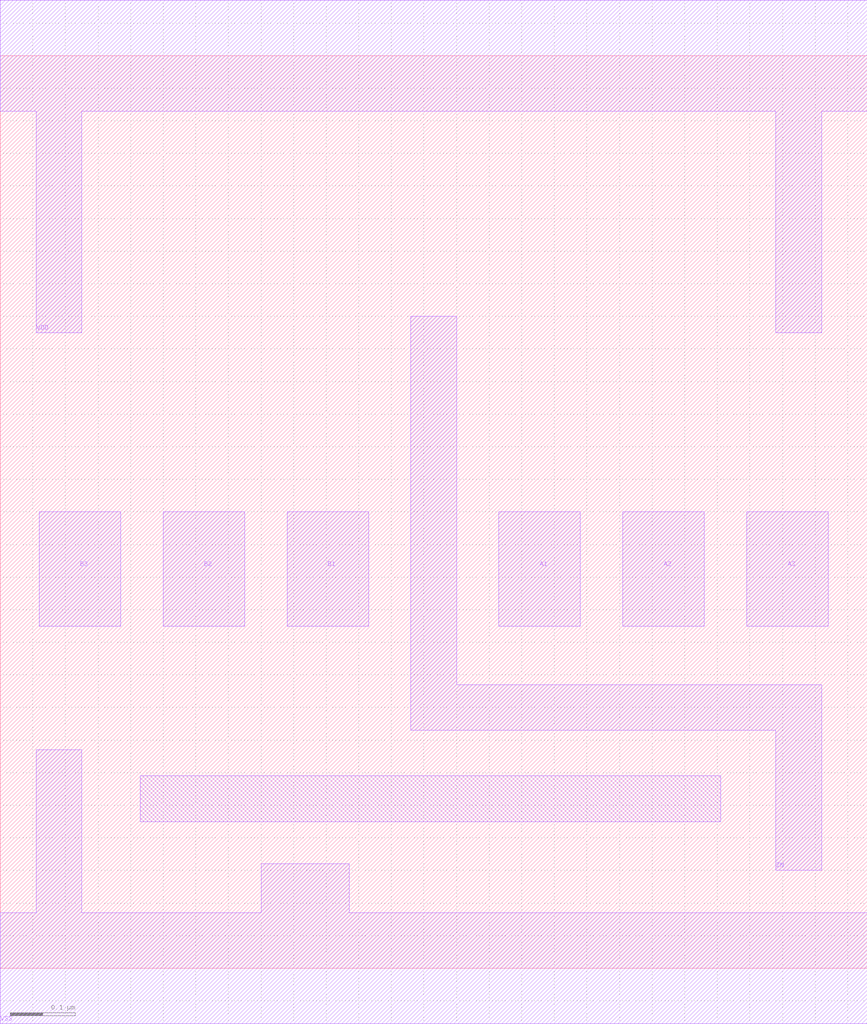
<source format=lef>
# 
# ******************************************************************************
# *                                                                            *
# *                   Copyright (C) 2004-2010, Nangate Inc.                    *
# *                           All rights reserved.                             *
# *                                                                            *
# * Nangate and the Nangate logo are trademarks of Nangate Inc.                *
# *                                                                            *
# * All trademarks, logos, software marks, and trade names (collectively the   *
# * "Marks") in this program are proprietary to Nangate or other respective    *
# * owners that have granted Nangate the right and license to use such Marks.  *
# * You are not permitted to use the Marks without the prior written consent   *
# * of Nangate or such third party that may own the Marks.                     *
# *                                                                            *
# * This file has been provided pursuant to a License Agreement containing     *
# * restrictions on its use. This file contains valuable trade secrets and     *
# * proprietary information of Nangate Inc., and is protected by U.S. and      *
# * international laws and/or treaties.                                        *
# *                                                                            *
# * The copyright notice(s) in this file does not indicate actual or intended  *
# * publication of this file.                                                  *
# *                                                                            *
# *     NGLibraryCreator, v2010.08-HR32-SP3-2010-08-05 - build 1009061800      *
# *                                                                            *
# ******************************************************************************
# 
# 
# Running on brazil06.nangate.com.br for user Giancarlo Franciscatto (gfr).
# Local time is now Fri, 3 Dec 2010, 19:32:18.
# Main process id is 27821.

VERSION 5.6 ;
BUSBITCHARS "[]" ;
DIVIDERCHAR "/" ;

MACRO OAI33_X1
  CLASS core ;
  FOREIGN OAI33_X1 0.0 0.0 ;
  ORIGIN 0 0 ;
  SYMMETRY X Y ;
  SITE FreePDK45_38x28_10R_NP_162NW_34O ;
  SIZE 1.33 BY 1.4 ;
  PIN A1
    DIRECTION INPUT ;
    ANTENNAPARTIALMETALAREA 0.021875 LAYER metal1 ;
    ANTENNAPARTIALMETALSIDEAREA 0.078 LAYER metal1 ;
    ANTENNAGATEAREA 0.05225 ;
    PORT
      LAYER metal1 ;
        POLYGON 0.765 0.525 0.89 0.525 0.89 0.7 0.765 0.7  ;
    END
  END A1
  PIN A2
    DIRECTION INPUT ;
    ANTENNAPARTIALMETALAREA 0.021875 LAYER metal1 ;
    ANTENNAPARTIALMETALSIDEAREA 0.078 LAYER metal1 ;
    ANTENNAGATEAREA 0.05225 ;
    PORT
      LAYER metal1 ;
        POLYGON 0.955 0.525 1.08 0.525 1.08 0.7 0.955 0.7  ;
    END
  END A2
  PIN A3
    DIRECTION INPUT ;
    ANTENNAPARTIALMETALAREA 0.021875 LAYER metal1 ;
    ANTENNAPARTIALMETALSIDEAREA 0.078 LAYER metal1 ;
    ANTENNAGATEAREA 0.05225 ;
    PORT
      LAYER metal1 ;
        POLYGON 1.145 0.525 1.27 0.525 1.27 0.7 1.145 0.7  ;
    END
  END A3
  PIN B1
    DIRECTION INPUT ;
    ANTENNAPARTIALMETALAREA 0.021875 LAYER metal1 ;
    ANTENNAPARTIALMETALSIDEAREA 0.078 LAYER metal1 ;
    ANTENNAGATEAREA 0.05225 ;
    PORT
      LAYER metal1 ;
        POLYGON 0.44 0.525 0.565 0.525 0.565 0.7 0.44 0.7  ;
    END
  END B1
  PIN B2
    DIRECTION INPUT ;
    ANTENNAPARTIALMETALAREA 0.021875 LAYER metal1 ;
    ANTENNAPARTIALMETALSIDEAREA 0.078 LAYER metal1 ;
    ANTENNAGATEAREA 0.05225 ;
    PORT
      LAYER metal1 ;
        POLYGON 0.25 0.525 0.375 0.525 0.375 0.7 0.25 0.7  ;
    END
  END B2
  PIN B3
    DIRECTION INPUT ;
    ANTENNAPARTIALMETALAREA 0.021875 LAYER metal1 ;
    ANTENNAPARTIALMETALSIDEAREA 0.078 LAYER metal1 ;
    ANTENNAGATEAREA 0.05225 ;
    PORT
      LAYER metal1 ;
        POLYGON 0.06 0.525 0.185 0.525 0.185 0.7 0.06 0.7  ;
    END
  END B3
  PIN ZN
    DIRECTION OUTPUT ;
    ANTENNAPARTIALMETALAREA 0.0987 LAYER metal1 ;
    ANTENNAPARTIALMETALSIDEAREA 0.3848 LAYER metal1 ;
    ANTENNADIFFAREA 0.189875 ;
    PORT
      LAYER metal1 ;
        POLYGON 0.63 0.365 1.105 0.365 1.19 0.365 1.19 0.15 1.26 0.15 1.26 0.435 1.105 0.435 0.7 0.435 0.7 1 0.63 1  ;
    END
  END ZN
  PIN VDD
    DIRECTION INOUT ;
    USE power ;
    SHAPE ABUTMENT ;
    PORT
      LAYER metal1 ;
        POLYGON 0 1.315 0.055 1.315 0.055 0.975 0.125 0.975 0.125 1.315 1.105 1.315 1.19 1.315 1.19 0.975 1.26 0.975 1.26 1.315 1.33 1.315 1.33 1.485 1.105 1.485 0 1.485  ;
    END
  END VDD
  PIN VSS
    DIRECTION INOUT ;
    USE ground ;
    SHAPE ABUTMENT ;
    PORT
      LAYER metal1 ;
        POLYGON 0 -0.085 1.33 -0.085 1.33 0.085 0.535 0.085 0.535 0.16 0.4 0.16 0.4 0.085 0.125 0.085 0.125 0.335 0.055 0.335 0.055 0.085 0 0.085  ;
    END
  END VSS
  OBS
      LAYER metal1 ;
        POLYGON 0.215 0.225 1.105 0.225 1.105 0.295 0.215 0.295  ;
  END
END OAI33_X1

END LIBRARY
#
# End of file
#

</source>
